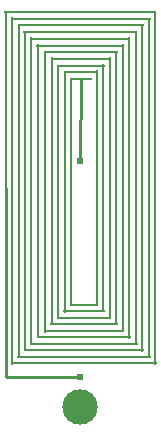
<source format=gtl>
G04 ---------------------------- Layer name :TOP LAYER*
G04 easyEDA 0.1*
G04 Scale: 100 percent, Rotated: No, Reflected: No *
G04 Dimensions in inches *
G04 leading zeros omitted , absolute positions ,2 integer and 4 * 
%FSLAX24Y24*%
%MOIN*%
G90*
G70D02*

%ADD10C,0.010000*%
%ADD11C,0.024400*%
%ADD12R,0.011417X1.181100*%
%ADD13R,0.510629X0.011417*%
%ADD14R,0.488975X0.011417*%
%ADD15R,0.011417X1.159840*%
%ADD16R,0.468109X0.011417*%
%ADD17R,0.011417X1.138187*%
%ADD18R,0.446062X0.011417*%
%ADD19R,0.011417X1.116140*%
%ADD20R,0.424410X0.011417*%
%ADD21R,0.011417X1.094486*%
%ADD22R,0.402755X0.011417*%
%ADD23R,0.011417X1.070864*%
%ADD24R,0.380710X0.011417*%
%ADD25R,0.011417X1.049604*%
%ADD26R,0.359450X0.011417*%
%ADD27R,0.011417X1.027951*%
%ADD28R,0.337795X0.011417*%
%ADD29R,0.011417X1.005904*%
%ADD30R,0.316140X0.011417*%
%ADD31R,0.011417X0.983860*%
%ADD32R,0.294488X0.011417*%
%ADD33R,0.011417X0.962990*%
%ADD34R,0.271650X0.011417*%
%ADD35R,0.011417X0.940940*%
%ADD36R,0.249999X0.011417*%
%ADD37R,0.011417X0.917715*%
%ADD38R,0.225984X0.011417*%
%ADD39R,0.011417X0.896061*%
%ADD40R,0.204330X0.011417*%
%ADD41R,0.011417X0.874408*%
%ADD42R,0.182677X0.011417*%
%ADD43R,0.011417X0.851179*%
%ADD44R,0.161420X0.011417*%
%ADD45R,0.011417X0.829526*%
%ADD46R,0.139370X0.011417*%
%ADD47R,0.011417X0.807479*%
%ADD48R,0.118110X0.011417*%
%ADD49R,0.011417X0.785825*%
%ADD50R,0.096063X0.011417*%
%ADD51R,0.011417X0.764172*%
%ADD52R,0.074803X0.011417*%
%ADD53C,0.118110*%

%LPD*%
G54D10*
G01X517Y8805D02*
G01X519Y2506D01*
G01X3000Y2507D01*
G01X3026Y12440D02*
G01X3000Y9711D01*
G54D12*
G01X517Y8806D03*
G54D13*
G01X3013Y14656D03*
G54D12*
G01X5509Y8806D03*
G54D14*
G01X3120Y2955D03*
G54D15*
G01X734Y8699D03*
G54D16*
G01X3017Y14440D03*
G54D17*
G01X5301Y8806D03*
G54D18*
G01X3128Y3172D03*
G54D19*
G01X954Y8696D03*
G54D20*
G01X3021Y14219D03*
G54D21*
G01X5080Y8802D03*
G54D22*
G01X3123Y3384D03*
G54D23*
G01X1167Y8684D03*
G54D24*
G01X3013Y13983D03*
G54D25*
G01X4860Y8790D03*
G54D26*
G01X3120Y3601D03*
G54D27*
G01X1380Y8684D03*
G54D28*
G01X3013Y13766D03*
G54D29*
G01X4647Y8794D03*
G54D30*
G01X3119Y3821D03*
G54D31*
G01X1596Y8684D03*
G54D32*
G01X3013Y13546D03*
G54D33*
G01X4431Y8786D03*
G54D34*
G01X3127Y4026D03*
G54D35*
G01X1824Y8676D03*
G54D36*
G01X3017Y13325D03*
G54D37*
G01X4210Y8794D03*
G54D38*
G01X3135Y4262D03*
G54D39*
G01X2061Y8684D03*
G54D40*
G01X3025Y13109D03*
G54D41*
G01X3990Y8794D03*
G54D42*
G01X3132Y4479D03*
G54D43*
G01X2277Y8680D03*
G54D44*
G01X3029Y12880D03*
G54D45*
G01X3777Y8786D03*
G54D46*
G01X3135Y4695D03*
G54D47*
G01X2494Y8676D03*
G54D48*
G01X3025Y12656D03*
G54D49*
G01X3557Y8782D03*
G54D50*
G01X3135Y4908D03*
G54D51*
G01X2710Y8672D03*
G54D52*
G01X3025Y12440D03*
G54D53*
G01X3000Y1500D03*
G54D11*
G01X3000Y2507D03*
G01X3000Y9711D03*
G54D53*
G01X3000Y1500D03*

M00*
M02*
</source>
